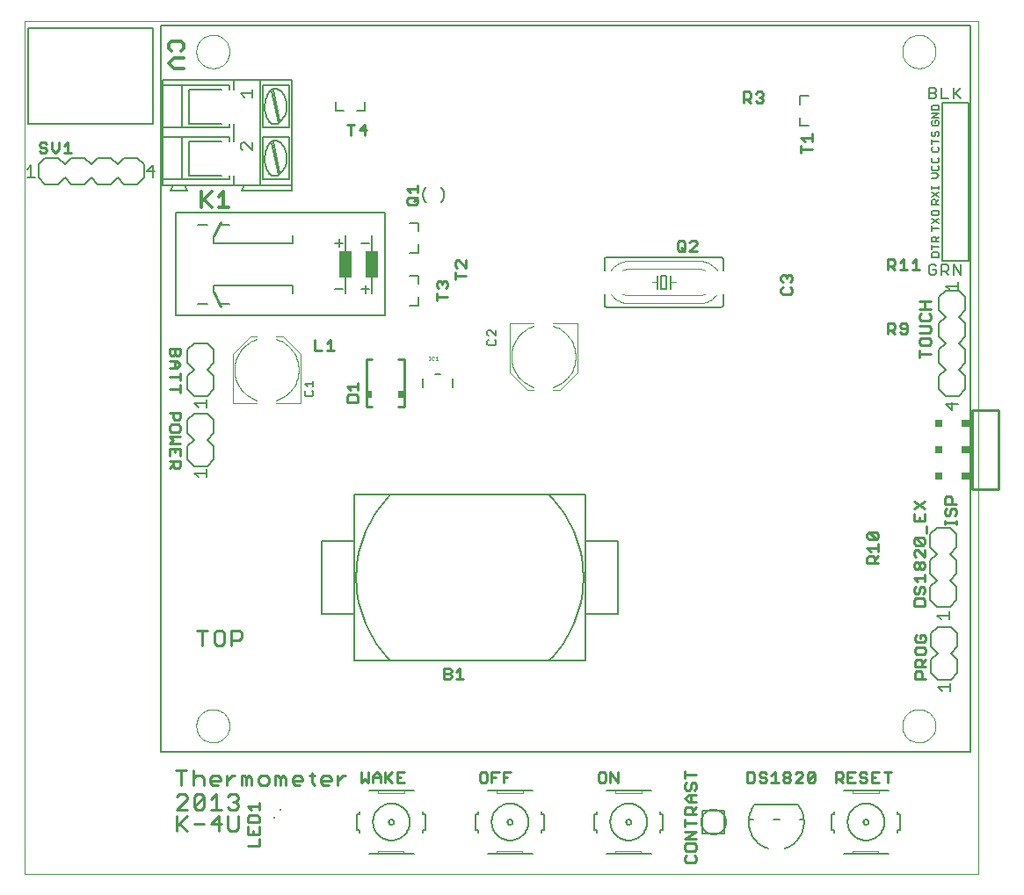
<source format=gto>
G75*
G70*
%OFA0B0*%
%FSLAX24Y24*%
%IPPOS*%
%LPD*%
%AMOC8*
5,1,8,0,0,1.08239X$1,22.5*
%
%ADD10C,0.0000*%
%ADD11C,0.0090*%
%ADD12C,0.0110*%
%ADD13C,0.0080*%
%ADD14C,0.0030*%
%ADD15C,0.0040*%
%ADD16C,0.0070*%
%ADD17C,0.0100*%
%ADD18R,0.0197X0.0295*%
%ADD19C,0.0050*%
%ADD20C,0.0060*%
%ADD21C,0.0020*%
%ADD22R,0.0400X0.0300*%
%ADD23R,0.0300X0.0300*%
%ADD24R,0.0500X0.1000*%
%ADD25C,0.0120*%
%ADD26C,0.0098*%
%ADD27R,0.0079X0.0079*%
D10*
X000222Y000150D02*
X000222Y032512D01*
X036396Y032512D01*
X036396Y000150D01*
X000222Y000150D01*
X006742Y005760D02*
X006744Y005810D01*
X006750Y005860D01*
X006760Y005909D01*
X006774Y005957D01*
X006791Y006004D01*
X006812Y006049D01*
X006837Y006093D01*
X006865Y006134D01*
X006897Y006173D01*
X006931Y006210D01*
X006968Y006244D01*
X007008Y006274D01*
X007050Y006301D01*
X007094Y006325D01*
X007140Y006346D01*
X007187Y006362D01*
X007235Y006375D01*
X007285Y006384D01*
X007334Y006389D01*
X007385Y006390D01*
X007435Y006387D01*
X007484Y006380D01*
X007533Y006369D01*
X007581Y006354D01*
X007627Y006336D01*
X007672Y006314D01*
X007715Y006288D01*
X007756Y006259D01*
X007795Y006227D01*
X007831Y006192D01*
X007863Y006154D01*
X007893Y006114D01*
X007920Y006071D01*
X007943Y006027D01*
X007962Y005981D01*
X007978Y005933D01*
X007990Y005884D01*
X007998Y005835D01*
X008002Y005785D01*
X008002Y005735D01*
X007998Y005685D01*
X007990Y005636D01*
X007978Y005587D01*
X007962Y005539D01*
X007943Y005493D01*
X007920Y005449D01*
X007893Y005406D01*
X007863Y005366D01*
X007831Y005328D01*
X007795Y005293D01*
X007756Y005261D01*
X007715Y005232D01*
X007672Y005206D01*
X007627Y005184D01*
X007581Y005166D01*
X007533Y005151D01*
X007484Y005140D01*
X007435Y005133D01*
X007385Y005130D01*
X007334Y005131D01*
X007285Y005136D01*
X007235Y005145D01*
X007187Y005158D01*
X007140Y005174D01*
X007094Y005195D01*
X007050Y005219D01*
X007008Y005246D01*
X006968Y005276D01*
X006931Y005310D01*
X006897Y005347D01*
X006865Y005386D01*
X006837Y005427D01*
X006812Y005471D01*
X006791Y005516D01*
X006774Y005563D01*
X006760Y005611D01*
X006750Y005660D01*
X006744Y005710D01*
X006742Y005760D01*
X033514Y005760D02*
X033516Y005810D01*
X033522Y005860D01*
X033532Y005909D01*
X033546Y005957D01*
X033563Y006004D01*
X033584Y006049D01*
X033609Y006093D01*
X033637Y006134D01*
X033669Y006173D01*
X033703Y006210D01*
X033740Y006244D01*
X033780Y006274D01*
X033822Y006301D01*
X033866Y006325D01*
X033912Y006346D01*
X033959Y006362D01*
X034007Y006375D01*
X034057Y006384D01*
X034106Y006389D01*
X034157Y006390D01*
X034207Y006387D01*
X034256Y006380D01*
X034305Y006369D01*
X034353Y006354D01*
X034399Y006336D01*
X034444Y006314D01*
X034487Y006288D01*
X034528Y006259D01*
X034567Y006227D01*
X034603Y006192D01*
X034635Y006154D01*
X034665Y006114D01*
X034692Y006071D01*
X034715Y006027D01*
X034734Y005981D01*
X034750Y005933D01*
X034762Y005884D01*
X034770Y005835D01*
X034774Y005785D01*
X034774Y005735D01*
X034770Y005685D01*
X034762Y005636D01*
X034750Y005587D01*
X034734Y005539D01*
X034715Y005493D01*
X034692Y005449D01*
X034665Y005406D01*
X034635Y005366D01*
X034603Y005328D01*
X034567Y005293D01*
X034528Y005261D01*
X034487Y005232D01*
X034444Y005206D01*
X034399Y005184D01*
X034353Y005166D01*
X034305Y005151D01*
X034256Y005140D01*
X034207Y005133D01*
X034157Y005130D01*
X034106Y005131D01*
X034057Y005136D01*
X034007Y005145D01*
X033959Y005158D01*
X033912Y005174D01*
X033866Y005195D01*
X033822Y005219D01*
X033780Y005246D01*
X033740Y005276D01*
X033703Y005310D01*
X033669Y005347D01*
X033637Y005386D01*
X033609Y005427D01*
X033584Y005471D01*
X033563Y005516D01*
X033546Y005563D01*
X033532Y005611D01*
X033522Y005660D01*
X033516Y005710D01*
X033514Y005760D01*
X033514Y031351D02*
X033516Y031401D01*
X033522Y031451D01*
X033532Y031500D01*
X033546Y031548D01*
X033563Y031595D01*
X033584Y031640D01*
X033609Y031684D01*
X033637Y031725D01*
X033669Y031764D01*
X033703Y031801D01*
X033740Y031835D01*
X033780Y031865D01*
X033822Y031892D01*
X033866Y031916D01*
X033912Y031937D01*
X033959Y031953D01*
X034007Y031966D01*
X034057Y031975D01*
X034106Y031980D01*
X034157Y031981D01*
X034207Y031978D01*
X034256Y031971D01*
X034305Y031960D01*
X034353Y031945D01*
X034399Y031927D01*
X034444Y031905D01*
X034487Y031879D01*
X034528Y031850D01*
X034567Y031818D01*
X034603Y031783D01*
X034635Y031745D01*
X034665Y031705D01*
X034692Y031662D01*
X034715Y031618D01*
X034734Y031572D01*
X034750Y031524D01*
X034762Y031475D01*
X034770Y031426D01*
X034774Y031376D01*
X034774Y031326D01*
X034770Y031276D01*
X034762Y031227D01*
X034750Y031178D01*
X034734Y031130D01*
X034715Y031084D01*
X034692Y031040D01*
X034665Y030997D01*
X034635Y030957D01*
X034603Y030919D01*
X034567Y030884D01*
X034528Y030852D01*
X034487Y030823D01*
X034444Y030797D01*
X034399Y030775D01*
X034353Y030757D01*
X034305Y030742D01*
X034256Y030731D01*
X034207Y030724D01*
X034157Y030721D01*
X034106Y030722D01*
X034057Y030727D01*
X034007Y030736D01*
X033959Y030749D01*
X033912Y030765D01*
X033866Y030786D01*
X033822Y030810D01*
X033780Y030837D01*
X033740Y030867D01*
X033703Y030901D01*
X033669Y030938D01*
X033637Y030977D01*
X033609Y031018D01*
X033584Y031062D01*
X033563Y031107D01*
X033546Y031154D01*
X033532Y031202D01*
X033522Y031251D01*
X033516Y031301D01*
X033514Y031351D01*
X006742Y031351D02*
X006744Y031401D01*
X006750Y031451D01*
X006760Y031500D01*
X006774Y031548D01*
X006791Y031595D01*
X006812Y031640D01*
X006837Y031684D01*
X006865Y031725D01*
X006897Y031764D01*
X006931Y031801D01*
X006968Y031835D01*
X007008Y031865D01*
X007050Y031892D01*
X007094Y031916D01*
X007140Y031937D01*
X007187Y031953D01*
X007235Y031966D01*
X007285Y031975D01*
X007334Y031980D01*
X007385Y031981D01*
X007435Y031978D01*
X007484Y031971D01*
X007533Y031960D01*
X007581Y031945D01*
X007627Y031927D01*
X007672Y031905D01*
X007715Y031879D01*
X007756Y031850D01*
X007795Y031818D01*
X007831Y031783D01*
X007863Y031745D01*
X007893Y031705D01*
X007920Y031662D01*
X007943Y031618D01*
X007962Y031572D01*
X007978Y031524D01*
X007990Y031475D01*
X007998Y031426D01*
X008002Y031376D01*
X008002Y031326D01*
X007998Y031276D01*
X007990Y031227D01*
X007978Y031178D01*
X007962Y031130D01*
X007943Y031084D01*
X007920Y031040D01*
X007893Y030997D01*
X007863Y030957D01*
X007831Y030919D01*
X007795Y030884D01*
X007756Y030852D01*
X007715Y030823D01*
X007672Y030797D01*
X007627Y030775D01*
X007581Y030757D01*
X007533Y030742D01*
X007484Y030731D01*
X007435Y030724D01*
X007385Y030721D01*
X007334Y030722D01*
X007285Y030727D01*
X007235Y030736D01*
X007187Y030749D01*
X007140Y030765D01*
X007094Y030786D01*
X007050Y030810D01*
X007008Y030837D01*
X006968Y030867D01*
X006931Y030901D01*
X006897Y030938D01*
X006865Y030977D01*
X006837Y031018D01*
X006812Y031062D01*
X006791Y031107D01*
X006774Y031154D01*
X006760Y031202D01*
X006750Y031251D01*
X006744Y031301D01*
X006742Y031351D01*
D11*
X001853Y027917D02*
X001853Y027506D01*
X001989Y027506D02*
X001716Y027506D01*
X001529Y027643D02*
X001529Y027917D01*
X001716Y027780D02*
X001853Y027917D01*
X001529Y027643D02*
X001392Y027506D01*
X001255Y027643D01*
X001255Y027917D01*
X001069Y027848D02*
X001000Y027917D01*
X000863Y027917D01*
X000795Y027848D01*
X000795Y027780D01*
X000863Y027712D01*
X001000Y027712D01*
X001069Y027643D01*
X001069Y027575D01*
X001000Y027506D01*
X000863Y027506D01*
X000795Y027575D01*
X005732Y020074D02*
X005732Y019868D01*
X005801Y019800D01*
X005869Y019800D01*
X005938Y019868D01*
X005938Y020074D01*
X006143Y020074D02*
X006143Y019868D01*
X006074Y019800D01*
X006006Y019800D01*
X005938Y019868D01*
X005938Y019613D02*
X005938Y019340D01*
X006006Y019340D02*
X005732Y019340D01*
X005732Y019613D02*
X006006Y019613D01*
X006143Y019476D01*
X006006Y019340D01*
X006143Y019153D02*
X006143Y018879D01*
X006143Y019016D02*
X005732Y019016D01*
X005732Y018556D02*
X006143Y018556D01*
X006143Y018692D02*
X006143Y018419D01*
X006143Y017652D02*
X005732Y017652D01*
X005869Y017652D02*
X005869Y017447D01*
X005938Y017379D01*
X006074Y017379D01*
X006143Y017447D01*
X006143Y017652D01*
X006074Y017192D02*
X005801Y017192D01*
X005732Y017123D01*
X005732Y016987D01*
X005801Y016918D01*
X006074Y016918D01*
X006143Y016987D01*
X006143Y017123D01*
X006074Y017192D01*
X006143Y016731D02*
X005732Y016731D01*
X005869Y016595D01*
X005732Y016458D01*
X006143Y016458D01*
X006143Y016271D02*
X005732Y016271D01*
X005732Y015998D01*
X005732Y015811D02*
X006143Y015811D01*
X006143Y015605D01*
X006074Y015537D01*
X005938Y015537D01*
X005869Y015605D01*
X005869Y015811D01*
X005869Y015674D02*
X005732Y015537D01*
X006143Y015998D02*
X006143Y016271D01*
X005938Y016271D02*
X005938Y016134D01*
X005732Y020074D02*
X006143Y020074D01*
X011238Y019994D02*
X011511Y019994D01*
X011698Y019994D02*
X011972Y019994D01*
X011835Y019994D02*
X011835Y020405D01*
X011698Y020268D01*
X011238Y020405D02*
X011238Y019994D01*
X012464Y018650D02*
X012874Y018650D01*
X012874Y018514D02*
X012874Y018787D01*
X012601Y018514D02*
X012464Y018650D01*
X012532Y018327D02*
X012464Y018258D01*
X012464Y018053D01*
X012874Y018053D01*
X012874Y018258D01*
X012806Y018327D01*
X012532Y018327D01*
X015856Y021914D02*
X015856Y022188D01*
X015856Y022051D02*
X016266Y022051D01*
X016198Y022374D02*
X016266Y022443D01*
X016266Y022580D01*
X016198Y022648D01*
X016129Y022648D01*
X016061Y022580D01*
X016061Y022511D01*
X016061Y022580D02*
X015992Y022648D01*
X015924Y022648D01*
X015856Y022580D01*
X015856Y022443D01*
X015924Y022374D01*
X016564Y022694D02*
X016564Y022967D01*
X016564Y022830D02*
X016975Y022830D01*
X016975Y023154D02*
X016701Y023427D01*
X016633Y023427D01*
X016564Y023359D01*
X016564Y023222D01*
X016633Y023154D01*
X016975Y023154D02*
X016975Y023427D01*
X015057Y025533D02*
X014783Y025533D01*
X014715Y025602D01*
X014715Y025738D01*
X014783Y025807D01*
X015057Y025807D01*
X015125Y025738D01*
X015125Y025602D01*
X015057Y025533D01*
X014988Y025670D02*
X015125Y025807D01*
X015125Y025994D02*
X015125Y026267D01*
X015125Y026130D02*
X014715Y026130D01*
X014852Y025994D01*
X013124Y028169D02*
X013124Y028580D01*
X012919Y028375D01*
X013193Y028375D01*
X012732Y028580D02*
X012459Y028580D01*
X012596Y028580D02*
X012596Y028169D01*
X024986Y024118D02*
X024986Y023845D01*
X025054Y023776D01*
X025191Y023776D01*
X025260Y023845D01*
X025260Y024118D01*
X025191Y024187D01*
X025054Y024187D01*
X024986Y024118D01*
X025123Y023913D02*
X025260Y023776D01*
X025446Y023776D02*
X025720Y024050D01*
X025720Y024118D01*
X025652Y024187D01*
X025515Y024187D01*
X025446Y024118D01*
X025446Y023776D02*
X025720Y023776D01*
X028913Y022813D02*
X028981Y022882D01*
X029050Y022882D01*
X029118Y022813D01*
X029186Y022882D01*
X029255Y022882D01*
X029323Y022813D01*
X029323Y022677D01*
X029255Y022608D01*
X029255Y022421D02*
X029323Y022353D01*
X029323Y022216D01*
X029255Y022148D01*
X028981Y022148D01*
X028913Y022216D01*
X028913Y022353D01*
X028981Y022421D01*
X028981Y022608D02*
X028913Y022677D01*
X028913Y022813D01*
X029118Y022813D02*
X029118Y022745D01*
X032970Y023069D02*
X032970Y023479D01*
X033175Y023479D01*
X033244Y023411D01*
X033244Y023274D01*
X033175Y023206D01*
X032970Y023206D01*
X033107Y023206D02*
X033244Y023069D01*
X033431Y023069D02*
X033704Y023069D01*
X033567Y023069D02*
X033567Y023479D01*
X033431Y023343D01*
X033891Y023343D02*
X034028Y023479D01*
X034028Y023069D01*
X033891Y023069D02*
X034165Y023069D01*
X034172Y021861D02*
X034583Y021861D01*
X034377Y021861D02*
X034377Y021588D01*
X034172Y021588D02*
X034583Y021588D01*
X034514Y021401D02*
X034583Y021333D01*
X034583Y021196D01*
X034514Y021127D01*
X034241Y021127D01*
X034172Y021196D01*
X034172Y021333D01*
X034241Y021401D01*
X034172Y020941D02*
X034514Y020941D01*
X034583Y020872D01*
X034583Y020735D01*
X034514Y020667D01*
X034172Y020667D01*
X034241Y020480D02*
X034172Y020412D01*
X034172Y020275D01*
X034241Y020207D01*
X034514Y020207D01*
X034583Y020275D01*
X034583Y020412D01*
X034514Y020480D01*
X034241Y020480D01*
X034172Y020020D02*
X034172Y019746D01*
X034172Y019883D02*
X034583Y019883D01*
X033704Y020696D02*
X033704Y020970D01*
X033636Y021038D01*
X033499Y021038D01*
X033431Y020970D01*
X033431Y020902D01*
X033499Y020833D01*
X033704Y020833D01*
X033704Y020696D02*
X033636Y020628D01*
X033499Y020628D01*
X033431Y020696D01*
X033244Y020628D02*
X033107Y020765D01*
X033175Y020765D02*
X032970Y020765D01*
X032970Y020628D02*
X032970Y021038D01*
X033175Y021038D01*
X033244Y020970D01*
X033244Y020833D01*
X033175Y020765D01*
X033960Y014278D02*
X034370Y014004D01*
X034370Y013817D02*
X034370Y013544D01*
X033960Y013544D01*
X033960Y013817D01*
X033960Y014004D02*
X034370Y014278D01*
X034165Y013681D02*
X034165Y013544D01*
X034438Y013357D02*
X034438Y013083D01*
X034302Y012897D02*
X034370Y012828D01*
X034370Y012691D01*
X034302Y012623D01*
X034028Y012897D01*
X034302Y012897D01*
X034028Y012897D02*
X033960Y012828D01*
X033960Y012691D01*
X034028Y012623D01*
X034302Y012623D01*
X034370Y012436D02*
X034370Y012163D01*
X034096Y012436D01*
X034028Y012436D01*
X033960Y012368D01*
X033960Y012231D01*
X034028Y012163D01*
X034028Y011976D02*
X034096Y011976D01*
X034165Y011907D01*
X034165Y011771D01*
X034096Y011702D01*
X034028Y011702D01*
X033960Y011771D01*
X033960Y011907D01*
X034028Y011976D01*
X034165Y011907D02*
X034233Y011976D01*
X034302Y011976D01*
X034370Y011907D01*
X034370Y011771D01*
X034302Y011702D01*
X034233Y011702D01*
X034165Y011771D01*
X034370Y011515D02*
X034370Y011242D01*
X034370Y011379D02*
X033960Y011379D01*
X034096Y011242D01*
X034028Y011055D02*
X033960Y010987D01*
X033960Y010850D01*
X034028Y010781D01*
X034096Y010781D01*
X034165Y010850D01*
X034165Y010987D01*
X034233Y011055D01*
X034302Y011055D01*
X034370Y010987D01*
X034370Y010850D01*
X034302Y010781D01*
X034302Y010595D02*
X034028Y010595D01*
X033960Y010526D01*
X033960Y010321D01*
X034370Y010321D01*
X034370Y010526D01*
X034302Y010595D01*
X034341Y009208D02*
X034204Y009208D01*
X034204Y009071D01*
X034067Y008934D02*
X034341Y008934D01*
X034409Y009003D01*
X034409Y009140D01*
X034341Y009208D01*
X034067Y009208D02*
X033999Y009140D01*
X033999Y009003D01*
X034067Y008934D01*
X034067Y008748D02*
X033999Y008679D01*
X033999Y008542D01*
X034067Y008474D01*
X034341Y008474D01*
X034409Y008542D01*
X034409Y008679D01*
X034341Y008748D01*
X034067Y008748D01*
X034067Y008287D02*
X034204Y008287D01*
X034273Y008219D01*
X034273Y008014D01*
X034409Y008014D02*
X033999Y008014D01*
X033999Y008219D01*
X034067Y008287D01*
X034273Y008150D02*
X034409Y008287D01*
X034204Y007827D02*
X034067Y007827D01*
X033999Y007758D01*
X033999Y007553D01*
X034409Y007553D01*
X034273Y007553D02*
X034273Y007758D01*
X034204Y007827D01*
X033100Y004016D02*
X032826Y004016D01*
X032963Y004016D02*
X032963Y003606D01*
X032640Y003606D02*
X032366Y003606D01*
X032366Y004016D01*
X032640Y004016D01*
X032503Y003811D02*
X032366Y003811D01*
X032179Y003742D02*
X032179Y003674D01*
X032111Y003606D01*
X031974Y003606D01*
X031906Y003674D01*
X031974Y003811D02*
X032111Y003811D01*
X032179Y003742D01*
X032179Y003948D02*
X032111Y004016D01*
X031974Y004016D01*
X031906Y003948D01*
X031906Y003879D01*
X031974Y003811D01*
X031719Y004016D02*
X031445Y004016D01*
X031445Y003606D01*
X031719Y003606D01*
X031582Y003811D02*
X031445Y003811D01*
X031258Y003811D02*
X031190Y003742D01*
X030985Y003742D01*
X030985Y003606D02*
X030985Y004016D01*
X031190Y004016D01*
X031258Y003948D01*
X031258Y003811D01*
X031122Y003742D02*
X031258Y003606D01*
X030198Y003674D02*
X030130Y003606D01*
X029993Y003606D01*
X029925Y003674D01*
X030198Y003948D01*
X030198Y003674D01*
X029925Y003674D02*
X029925Y003948D01*
X029993Y004016D01*
X030130Y004016D01*
X030198Y003948D01*
X029738Y003948D02*
X029670Y004016D01*
X029533Y004016D01*
X029465Y003948D01*
X029278Y003948D02*
X029278Y003879D01*
X029209Y003811D01*
X029073Y003811D01*
X029004Y003879D01*
X029004Y003948D01*
X029073Y004016D01*
X029209Y004016D01*
X029278Y003948D01*
X029209Y003811D02*
X029278Y003742D01*
X029278Y003674D01*
X029209Y003606D01*
X029073Y003606D01*
X029004Y003674D01*
X029004Y003742D01*
X029073Y003811D01*
X028817Y003606D02*
X028544Y003606D01*
X028681Y003606D02*
X028681Y004016D01*
X028544Y003879D01*
X028357Y003948D02*
X028289Y004016D01*
X028152Y004016D01*
X028083Y003948D01*
X028083Y003879D01*
X028152Y003811D01*
X028289Y003811D01*
X028357Y003742D01*
X028357Y003674D01*
X028289Y003606D01*
X028152Y003606D01*
X028083Y003674D01*
X027897Y003674D02*
X027897Y003948D01*
X027828Y004016D01*
X027623Y004016D01*
X027623Y003606D01*
X027828Y003606D01*
X027897Y003674D01*
X029465Y003606D02*
X029738Y003879D01*
X029738Y003948D01*
X029738Y003606D02*
X029465Y003606D01*
X025689Y003529D02*
X025689Y003392D01*
X025621Y003323D01*
X025484Y003392D02*
X025484Y003529D01*
X025552Y003597D01*
X025621Y003597D01*
X025689Y003529D01*
X025484Y003392D02*
X025416Y003323D01*
X025347Y003323D01*
X025279Y003392D01*
X025279Y003529D01*
X025347Y003597D01*
X025279Y003784D02*
X025279Y004057D01*
X025279Y003921D02*
X025689Y003921D01*
X025689Y003137D02*
X025416Y003137D01*
X025279Y003000D01*
X025416Y002863D01*
X025689Y002863D01*
X025689Y002676D02*
X025552Y002539D01*
X025552Y002608D02*
X025552Y002403D01*
X025689Y002403D02*
X025279Y002403D01*
X025279Y002608D01*
X025347Y002676D01*
X025484Y002676D01*
X025552Y002608D01*
X025484Y002863D02*
X025484Y003137D01*
X025279Y002216D02*
X025279Y001942D01*
X025279Y002079D02*
X025689Y002079D01*
X025689Y001755D02*
X025279Y001755D01*
X025279Y001482D02*
X025689Y001755D01*
X025689Y001482D02*
X025279Y001482D01*
X025347Y001295D02*
X025279Y001227D01*
X025279Y001090D01*
X025347Y001022D01*
X025621Y001022D01*
X025689Y001090D01*
X025689Y001227D01*
X025621Y001295D01*
X025347Y001295D01*
X025347Y000835D02*
X025279Y000766D01*
X025279Y000630D01*
X025347Y000561D01*
X025621Y000561D01*
X025689Y000630D01*
X025689Y000766D01*
X025621Y000835D01*
X022719Y003606D02*
X022719Y004016D01*
X022445Y004016D02*
X022445Y003606D01*
X022258Y003674D02*
X022258Y003948D01*
X022190Y004016D01*
X022053Y004016D01*
X021985Y003948D01*
X021985Y003674D01*
X022053Y003606D01*
X022190Y003606D01*
X022258Y003674D01*
X022445Y004016D02*
X022719Y003606D01*
X018679Y004016D02*
X018406Y004016D01*
X018406Y003606D01*
X018406Y003811D02*
X018542Y003811D01*
X018219Y004016D02*
X017945Y004016D01*
X017945Y003606D01*
X017758Y003674D02*
X017758Y003948D01*
X017690Y004016D01*
X017553Y004016D01*
X017485Y003948D01*
X017485Y003674D01*
X017553Y003606D01*
X017690Y003606D01*
X017758Y003674D01*
X017945Y003811D02*
X018082Y003811D01*
X014640Y004016D02*
X014366Y004016D01*
X014366Y003606D01*
X014640Y003606D01*
X014503Y003811D02*
X014366Y003811D01*
X014179Y004016D02*
X013906Y003742D01*
X013974Y003811D02*
X014179Y003606D01*
X013906Y003606D02*
X013906Y004016D01*
X013719Y003879D02*
X013719Y003606D01*
X013719Y003811D02*
X013445Y003811D01*
X013445Y003879D02*
X013582Y004016D01*
X013719Y003879D01*
X013445Y003879D02*
X013445Y003606D01*
X013258Y003606D02*
X013258Y004016D01*
X012985Y004016D02*
X012985Y003606D01*
X013122Y003742D01*
X013258Y003606D01*
X009114Y002846D02*
X009114Y002572D01*
X009114Y002709D02*
X008704Y002709D01*
X008841Y002572D01*
X008772Y002385D02*
X008704Y002317D01*
X008704Y002112D01*
X009114Y002112D01*
X009114Y002317D01*
X009046Y002385D01*
X008772Y002385D01*
X008704Y001925D02*
X008704Y001651D01*
X009114Y001651D01*
X009114Y001925D01*
X008909Y001788D02*
X008909Y001651D01*
X009114Y001465D02*
X009114Y001191D01*
X008704Y001191D01*
X016142Y007545D02*
X016347Y007545D01*
X016415Y007614D01*
X016415Y007682D01*
X016347Y007751D01*
X016142Y007751D01*
X016142Y007956D02*
X016142Y007545D01*
X016347Y007751D02*
X016415Y007819D01*
X016415Y007887D01*
X016347Y007956D01*
X016142Y007956D01*
X016602Y007819D02*
X016739Y007956D01*
X016739Y007545D01*
X016602Y007545D02*
X016876Y007545D01*
X032180Y011925D02*
X032180Y012130D01*
X032249Y012199D01*
X032386Y012199D01*
X032454Y012130D01*
X032454Y011925D01*
X032591Y011925D02*
X032180Y011925D01*
X032454Y012062D02*
X032591Y012199D01*
X032591Y012386D02*
X032591Y012659D01*
X032591Y012522D02*
X032180Y012522D01*
X032317Y012386D01*
X032249Y012846D02*
X032180Y012914D01*
X032180Y013051D01*
X032249Y013120D01*
X032522Y012846D01*
X032591Y012914D01*
X032591Y013051D01*
X032522Y013120D01*
X032249Y013120D01*
X032249Y012846D02*
X032522Y012846D01*
X035139Y013419D02*
X035139Y013556D01*
X035139Y013488D02*
X035549Y013488D01*
X035549Y013556D02*
X035549Y013419D01*
X035481Y013726D02*
X035549Y013795D01*
X035549Y013932D01*
X035481Y014000D01*
X035413Y014000D01*
X035344Y013932D01*
X035344Y013795D01*
X035276Y013726D01*
X035208Y013726D01*
X035139Y013795D01*
X035139Y013932D01*
X035208Y014000D01*
X035139Y014187D02*
X035139Y014392D01*
X035208Y014460D01*
X035344Y014460D01*
X035413Y014392D01*
X035413Y014187D01*
X035549Y014187D02*
X035139Y014187D01*
X030089Y027629D02*
X029679Y027629D01*
X029679Y027492D02*
X029679Y027766D01*
X029815Y027953D02*
X029679Y028089D01*
X030089Y028089D01*
X030089Y027953D02*
X030089Y028226D01*
X028240Y029484D02*
X028171Y029415D01*
X028034Y029415D01*
X027966Y029484D01*
X028103Y029621D02*
X028171Y029621D01*
X028240Y029552D01*
X028240Y029484D01*
X028171Y029621D02*
X028240Y029689D01*
X028240Y029757D01*
X028171Y029826D01*
X028034Y029826D01*
X027966Y029757D01*
X027779Y029757D02*
X027779Y029621D01*
X027711Y029552D01*
X027506Y029552D01*
X027642Y029552D02*
X027779Y029415D01*
X027506Y029415D02*
X027506Y029826D01*
X027711Y029826D01*
X027779Y029757D01*
D12*
X008358Y009390D02*
X008063Y009390D01*
X008063Y008799D01*
X008063Y008996D02*
X008358Y008996D01*
X008456Y009095D01*
X008456Y009292D01*
X008358Y009390D01*
X007812Y009292D02*
X007812Y008898D01*
X007713Y008799D01*
X007516Y008799D01*
X007418Y008898D01*
X007418Y009292D01*
X007516Y009390D01*
X007713Y009390D01*
X007812Y009292D01*
X007167Y009390D02*
X006774Y009390D01*
X006970Y009390D02*
X006970Y008799D01*
X006624Y004084D02*
X006624Y003493D01*
X006624Y003788D02*
X006722Y003887D01*
X006919Y003887D01*
X007018Y003788D01*
X007018Y003493D01*
X007268Y003592D02*
X007268Y003788D01*
X007367Y003887D01*
X007564Y003887D01*
X007662Y003788D01*
X007662Y003690D01*
X007268Y003690D01*
X007268Y003592D02*
X007367Y003493D01*
X007564Y003493D01*
X007492Y003178D02*
X007492Y002588D01*
X007295Y002588D02*
X007689Y002588D01*
X007591Y002351D02*
X007295Y002056D01*
X007689Y002056D01*
X007591Y001761D02*
X007591Y002351D01*
X007940Y002351D02*
X007940Y001859D01*
X008038Y001761D01*
X008235Y001761D01*
X008334Y001859D01*
X008334Y002351D01*
X008235Y002588D02*
X008038Y002588D01*
X007940Y002686D01*
X008137Y002883D02*
X008235Y002883D01*
X008334Y002785D01*
X008334Y002686D01*
X008235Y002588D01*
X008235Y002883D02*
X008334Y002981D01*
X008334Y003080D01*
X008235Y003178D01*
X008038Y003178D01*
X007940Y003080D01*
X007913Y003493D02*
X007913Y003887D01*
X008110Y003887D02*
X008208Y003887D01*
X008110Y003887D02*
X007913Y003690D01*
X008450Y003493D02*
X008450Y003887D01*
X008548Y003887D01*
X008647Y003788D01*
X008745Y003887D01*
X008844Y003788D01*
X008844Y003493D01*
X008647Y003493D02*
X008647Y003788D01*
X009095Y003788D02*
X009095Y003592D01*
X009193Y003493D01*
X009390Y003493D01*
X009488Y003592D01*
X009488Y003788D01*
X009390Y003887D01*
X009193Y003887D01*
X009095Y003788D01*
X009739Y003887D02*
X009739Y003493D01*
X009936Y003493D02*
X009936Y003788D01*
X010034Y003887D01*
X010133Y003788D01*
X010133Y003493D01*
X010384Y003592D02*
X010384Y003788D01*
X010482Y003887D01*
X010679Y003887D01*
X010777Y003788D01*
X010777Y003690D01*
X010384Y003690D01*
X010384Y003592D02*
X010482Y003493D01*
X010679Y003493D01*
X011028Y003887D02*
X011225Y003887D01*
X011127Y003985D02*
X011127Y003592D01*
X011225Y003493D01*
X011458Y003592D02*
X011458Y003788D01*
X011556Y003887D01*
X011753Y003887D01*
X011852Y003788D01*
X011852Y003690D01*
X011458Y003690D01*
X011458Y003592D02*
X011556Y003493D01*
X011753Y003493D01*
X012103Y003493D02*
X012103Y003887D01*
X012299Y003887D02*
X012398Y003887D01*
X012299Y003887D02*
X012103Y003690D01*
X009936Y003788D02*
X009838Y003887D01*
X009739Y003887D01*
X007492Y003178D02*
X007295Y002981D01*
X007045Y003080D02*
X006651Y002686D01*
X006749Y002588D01*
X006946Y002588D01*
X007045Y002686D01*
X007045Y003080D01*
X006946Y003178D01*
X006749Y003178D01*
X006651Y003080D01*
X006651Y002686D01*
X006400Y002588D02*
X006006Y002588D01*
X006400Y002981D01*
X006400Y003080D01*
X006302Y003178D01*
X006105Y003178D01*
X006006Y003080D01*
X006176Y003493D02*
X006176Y004084D01*
X005979Y004084D02*
X006373Y004084D01*
X006400Y002351D02*
X006006Y001958D01*
X006105Y002056D02*
X006400Y001761D01*
X006651Y002056D02*
X007045Y002056D01*
X006006Y002351D02*
X006006Y001761D01*
D13*
X015344Y018607D02*
X015344Y018945D01*
X015798Y019095D02*
X016009Y019095D01*
X016464Y018945D02*
X016464Y018607D01*
X034530Y022932D02*
X034601Y022862D01*
X034741Y022862D01*
X034811Y022932D01*
X034811Y023072D01*
X034671Y023072D01*
X034811Y023212D02*
X034741Y023282D01*
X034601Y023282D01*
X034530Y023212D01*
X034530Y022932D01*
X034991Y023002D02*
X035201Y023002D01*
X035271Y023072D01*
X035271Y023212D01*
X035201Y023282D01*
X034991Y023282D01*
X034991Y022862D01*
X035131Y023002D02*
X035271Y022862D01*
X035451Y022862D02*
X035451Y023282D01*
X035731Y022862D01*
X035731Y023282D01*
X035731Y029562D02*
X035521Y029772D01*
X035451Y029702D02*
X035731Y029982D01*
X035451Y029982D02*
X035451Y029562D01*
X035271Y029562D02*
X034991Y029562D01*
X034991Y029982D01*
X034811Y029912D02*
X034811Y029842D01*
X034741Y029772D01*
X034530Y029772D01*
X034530Y029982D02*
X034741Y029982D01*
X034811Y029912D01*
X034741Y029772D02*
X034811Y029702D01*
X034811Y029632D01*
X034741Y029562D01*
X034530Y029562D01*
X034530Y029982D01*
D14*
X015857Y019771D02*
X015857Y019641D01*
X015814Y019641D02*
X015901Y019641D01*
X015814Y019728D02*
X015857Y019771D01*
X015754Y019749D02*
X015732Y019771D01*
X015688Y019771D01*
X015667Y019749D01*
X015667Y019663D01*
X015688Y019641D01*
X015732Y019641D01*
X015754Y019663D01*
X015612Y019641D02*
X015569Y019641D01*
X015590Y019641D02*
X015590Y019771D01*
X015569Y019771D02*
X015612Y019771D01*
D15*
X018624Y019166D02*
X018624Y021056D01*
X019530Y021056D01*
X020278Y021056D02*
X021183Y021056D01*
X021183Y019166D01*
X020514Y018496D01*
X020278Y018496D01*
X019530Y018496D02*
X019293Y018496D01*
X018624Y019166D01*
X020278Y018615D02*
X020342Y018637D01*
X020405Y018664D01*
X020467Y018694D01*
X020526Y018727D01*
X020584Y018763D01*
X020640Y018803D01*
X020693Y018846D01*
X020744Y018891D01*
X020792Y018939D01*
X020837Y018990D01*
X020880Y019044D01*
X020919Y019100D01*
X020956Y019157D01*
X020989Y019217D01*
X021018Y019279D01*
X021044Y019342D01*
X021067Y019406D01*
X021086Y019472D01*
X021101Y019539D01*
X021112Y019606D01*
X021120Y019674D01*
X021124Y019742D01*
X021124Y019810D01*
X021120Y019878D01*
X021112Y019946D01*
X021101Y020013D01*
X021086Y020080D01*
X021067Y020146D01*
X021044Y020210D01*
X021018Y020273D01*
X020989Y020335D01*
X020956Y020395D01*
X020919Y020452D01*
X020880Y020508D01*
X020837Y020562D01*
X020792Y020613D01*
X020744Y020661D01*
X020693Y020706D01*
X020640Y020749D01*
X020584Y020789D01*
X020526Y020825D01*
X020467Y020858D01*
X020405Y020888D01*
X020342Y020915D01*
X020278Y020937D01*
X019530Y020937D02*
X019466Y020915D01*
X019403Y020888D01*
X019341Y020858D01*
X019282Y020825D01*
X019224Y020789D01*
X019168Y020749D01*
X019115Y020706D01*
X019064Y020661D01*
X019016Y020613D01*
X018971Y020562D01*
X018928Y020508D01*
X018889Y020452D01*
X018852Y020395D01*
X018819Y020335D01*
X018790Y020273D01*
X018764Y020210D01*
X018741Y020146D01*
X018722Y020080D01*
X018707Y020013D01*
X018696Y019946D01*
X018688Y019878D01*
X018684Y019810D01*
X018684Y019742D01*
X018688Y019674D01*
X018696Y019606D01*
X018707Y019539D01*
X018722Y019472D01*
X018741Y019406D01*
X018764Y019342D01*
X018790Y019279D01*
X018819Y019217D01*
X018852Y019157D01*
X018889Y019100D01*
X018928Y019044D01*
X018971Y018990D01*
X019016Y018939D01*
X019064Y018891D01*
X019115Y018846D01*
X019168Y018803D01*
X019224Y018763D01*
X019282Y018727D01*
X019341Y018694D01*
X019403Y018664D01*
X019466Y018637D01*
X019530Y018615D01*
X010683Y017996D02*
X009778Y017996D01*
X009030Y017996D02*
X008124Y017996D01*
X008124Y019886D01*
X008793Y020556D01*
X009030Y020556D01*
X009778Y020556D02*
X010014Y020556D01*
X010683Y019886D01*
X010683Y017996D01*
X009030Y018115D02*
X008966Y018137D01*
X008903Y018164D01*
X008841Y018194D01*
X008782Y018227D01*
X008724Y018263D01*
X008668Y018303D01*
X008615Y018346D01*
X008564Y018391D01*
X008516Y018439D01*
X008471Y018490D01*
X008428Y018544D01*
X008389Y018600D01*
X008352Y018657D01*
X008319Y018717D01*
X008290Y018779D01*
X008264Y018842D01*
X008241Y018906D01*
X008222Y018972D01*
X008207Y019039D01*
X008196Y019106D01*
X008188Y019174D01*
X008184Y019242D01*
X008184Y019310D01*
X008188Y019378D01*
X008196Y019446D01*
X008207Y019513D01*
X008222Y019580D01*
X008241Y019646D01*
X008264Y019710D01*
X008290Y019773D01*
X008319Y019835D01*
X008352Y019895D01*
X008389Y019952D01*
X008428Y020008D01*
X008471Y020062D01*
X008516Y020113D01*
X008564Y020161D01*
X008615Y020206D01*
X008668Y020249D01*
X008724Y020289D01*
X008782Y020325D01*
X008841Y020358D01*
X008903Y020388D01*
X008966Y020415D01*
X009030Y020437D01*
X009778Y020437D02*
X009842Y020415D01*
X009905Y020388D01*
X009967Y020358D01*
X010026Y020325D01*
X010084Y020289D01*
X010140Y020249D01*
X010193Y020206D01*
X010244Y020161D01*
X010292Y020113D01*
X010337Y020062D01*
X010380Y020008D01*
X010419Y019952D01*
X010456Y019895D01*
X010489Y019835D01*
X010518Y019773D01*
X010544Y019710D01*
X010567Y019646D01*
X010586Y019580D01*
X010601Y019513D01*
X010612Y019446D01*
X010620Y019378D01*
X010624Y019310D01*
X010624Y019242D01*
X010620Y019174D01*
X010612Y019106D01*
X010601Y019039D01*
X010586Y018972D01*
X010567Y018906D01*
X010544Y018842D01*
X010518Y018779D01*
X010489Y018717D01*
X010456Y018657D01*
X010419Y018600D01*
X010380Y018544D01*
X010337Y018490D01*
X010292Y018439D01*
X010244Y018391D01*
X010193Y018346D01*
X010140Y018303D01*
X010084Y018263D01*
X010026Y018227D01*
X009967Y018194D01*
X009905Y018164D01*
X009842Y018137D01*
X009778Y018115D01*
D16*
X010849Y018323D02*
X010904Y018268D01*
X011125Y018268D01*
X011180Y018323D01*
X011180Y018433D01*
X011125Y018488D01*
X011180Y018636D02*
X011180Y018856D01*
X011180Y018746D02*
X010849Y018746D01*
X010959Y018636D01*
X010904Y018488D02*
X010849Y018433D01*
X010849Y018323D01*
X017773Y020251D02*
X017828Y020196D01*
X018048Y020196D01*
X018103Y020251D01*
X018103Y020362D01*
X018048Y020417D01*
X018103Y020565D02*
X017883Y020785D01*
X017828Y020785D01*
X017773Y020730D01*
X017773Y020620D01*
X017828Y020565D01*
X017828Y020417D02*
X017773Y020362D01*
X017773Y020251D01*
X018103Y020565D02*
X018103Y020785D01*
D17*
X014622Y019662D02*
X014622Y017890D01*
X014396Y017890D01*
X013411Y017890D02*
X013185Y017890D01*
X013185Y019662D01*
X013411Y019662D01*
X007654Y021676D02*
X007404Y022226D01*
X007404Y024326D02*
X007654Y024876D01*
X014396Y019662D02*
X014622Y019662D01*
X036154Y017729D02*
X036154Y016729D01*
X036154Y015729D01*
X036154Y014729D01*
X037154Y014729D01*
X037154Y015729D01*
X037154Y016729D01*
X037154Y017729D01*
X036154Y017729D01*
D18*
X014494Y018333D03*
X013313Y018333D03*
D19*
X012742Y014532D02*
X021482Y014532D01*
X021482Y008233D01*
X012742Y008233D01*
X012742Y014532D01*
X012742Y012760D02*
X011482Y012760D01*
X011482Y010004D01*
X012742Y010004D01*
X012742Y012760D01*
X020112Y014531D02*
X020259Y014378D01*
X020398Y014218D01*
X020529Y014051D01*
X020652Y013879D01*
X020766Y013700D01*
X020872Y013517D01*
X020969Y013328D01*
X021057Y013135D01*
X021136Y012939D01*
X021206Y012738D01*
X021265Y012535D01*
X021315Y012329D01*
X021355Y012121D01*
X021386Y011911D01*
X021406Y011700D01*
X021416Y011488D01*
X021416Y011276D01*
X021406Y011064D01*
X021386Y010853D01*
X021355Y010643D01*
X021315Y010435D01*
X021265Y010229D01*
X021206Y010026D01*
X021136Y009825D01*
X021057Y009629D01*
X020969Y009436D01*
X020872Y009247D01*
X020766Y009064D01*
X020652Y008885D01*
X020529Y008713D01*
X020398Y008546D01*
X020259Y008386D01*
X020112Y008233D01*
X021482Y010004D02*
X021482Y012760D01*
X022742Y012760D01*
X022742Y010004D01*
X021482Y010004D01*
X014113Y008233D02*
X013966Y008386D01*
X013827Y008546D01*
X013696Y008713D01*
X013573Y008885D01*
X013459Y009064D01*
X013353Y009247D01*
X013256Y009436D01*
X013168Y009629D01*
X013089Y009825D01*
X013019Y010026D01*
X012960Y010229D01*
X012910Y010435D01*
X012870Y010643D01*
X012839Y010853D01*
X012819Y011064D01*
X012809Y011276D01*
X012809Y011488D01*
X012819Y011700D01*
X012839Y011911D01*
X012870Y012121D01*
X012910Y012329D01*
X012960Y012535D01*
X013019Y012738D01*
X013089Y012939D01*
X013168Y013135D01*
X013256Y013328D01*
X013353Y013517D01*
X013459Y013700D01*
X013573Y013879D01*
X013696Y014051D01*
X013827Y014218D01*
X013966Y014378D01*
X014113Y014531D01*
X007129Y015194D02*
X007129Y015494D01*
X007129Y015344D02*
X006678Y015344D01*
X006828Y015194D01*
X006828Y017851D02*
X006678Y018001D01*
X007129Y018001D01*
X007129Y017851D02*
X007129Y018151D01*
X005100Y026586D02*
X005100Y027037D01*
X004875Y026812D01*
X005175Y026812D01*
X005104Y028607D02*
X005104Y032248D01*
X000380Y032248D01*
X000380Y028607D01*
X005104Y028607D01*
X008428Y027836D02*
X008428Y027686D01*
X008503Y027611D01*
X008428Y027836D02*
X008503Y027911D01*
X008578Y027911D01*
X008879Y027611D01*
X008879Y027911D01*
X008879Y029611D02*
X008879Y029911D01*
X008879Y029761D02*
X008428Y029761D01*
X008578Y029611D01*
X005404Y032335D02*
X036112Y032335D01*
X036112Y004776D01*
X005404Y004776D01*
X005404Y032335D01*
X000475Y027037D02*
X000475Y026586D01*
X000325Y026586D02*
X000625Y026586D01*
X000325Y026887D02*
X000475Y027037D01*
X025943Y002544D02*
X026770Y002544D01*
X026770Y001678D01*
X025943Y001678D01*
X025943Y002544D01*
X025884Y002111D02*
X025886Y002154D01*
X025892Y002196D01*
X025902Y002238D01*
X025915Y002279D01*
X025932Y002319D01*
X025953Y002356D01*
X025977Y002392D01*
X026004Y002425D01*
X026034Y002456D01*
X026067Y002484D01*
X026102Y002509D01*
X026139Y002530D01*
X026178Y002548D01*
X026218Y002562D01*
X026260Y002573D01*
X026302Y002580D01*
X026345Y002583D01*
X026388Y002582D01*
X026431Y002577D01*
X026473Y002568D01*
X026514Y002556D01*
X026554Y002540D01*
X026592Y002520D01*
X026628Y002497D01*
X026662Y002470D01*
X026694Y002441D01*
X026722Y002409D01*
X026748Y002374D01*
X026770Y002338D01*
X026789Y002299D01*
X026804Y002259D01*
X026816Y002218D01*
X026824Y002175D01*
X026828Y002132D01*
X026828Y002090D01*
X026824Y002047D01*
X026816Y002004D01*
X026804Y001963D01*
X026789Y001923D01*
X026770Y001884D01*
X026748Y001848D01*
X026722Y001813D01*
X026694Y001781D01*
X026662Y001752D01*
X026628Y001725D01*
X026592Y001702D01*
X026554Y001682D01*
X026514Y001666D01*
X026473Y001654D01*
X026431Y001645D01*
X026388Y001640D01*
X026345Y001639D01*
X026302Y001642D01*
X026260Y001649D01*
X026218Y001660D01*
X026178Y001674D01*
X026139Y001692D01*
X026102Y001713D01*
X026067Y001738D01*
X026034Y001766D01*
X026004Y001797D01*
X025977Y001830D01*
X025953Y001866D01*
X025932Y001903D01*
X025915Y001943D01*
X025902Y001984D01*
X025892Y002026D01*
X025886Y002068D01*
X025884Y002111D01*
X034879Y007233D02*
X035329Y007233D01*
X035329Y007083D02*
X035329Y007384D01*
X035029Y007083D02*
X034879Y007233D01*
X034990Y009801D02*
X034840Y009951D01*
X035290Y009951D01*
X035290Y009801D02*
X035290Y010101D01*
X035403Y017741D02*
X035403Y018041D01*
X035178Y017966D02*
X035629Y017966D01*
X035403Y017741D02*
X035178Y017966D01*
X035328Y022291D02*
X035178Y022441D01*
X035629Y022441D01*
X035629Y022291D02*
X035629Y022591D01*
X036022Y023422D02*
X035022Y023422D01*
X035022Y029422D01*
X036022Y029422D01*
X036022Y023422D01*
X034897Y023547D02*
X034897Y023682D01*
X034852Y023727D01*
X034671Y023727D01*
X034626Y023682D01*
X034626Y023547D01*
X034897Y023547D01*
X034897Y023931D02*
X034626Y023931D01*
X034626Y023841D02*
X034626Y024021D01*
X034626Y024136D02*
X034626Y024271D01*
X034671Y024316D01*
X034762Y024316D01*
X034807Y024271D01*
X034807Y024136D01*
X034897Y024136D02*
X034626Y024136D01*
X034807Y024226D02*
X034897Y024316D01*
X034897Y024637D02*
X034626Y024637D01*
X034626Y024547D02*
X034626Y024727D01*
X034626Y024841D02*
X034897Y025021D01*
X034852Y025136D02*
X034897Y025181D01*
X034897Y025271D01*
X034852Y025316D01*
X034671Y025316D01*
X034626Y025271D01*
X034626Y025181D01*
X034671Y025136D01*
X034852Y025136D01*
X034626Y025021D02*
X034897Y024841D01*
X034897Y025547D02*
X034626Y025547D01*
X034626Y025682D01*
X034671Y025727D01*
X034762Y025727D01*
X034807Y025682D01*
X034807Y025547D01*
X034807Y025637D02*
X034897Y025727D01*
X034897Y025841D02*
X034626Y026021D01*
X034626Y026136D02*
X034626Y026226D01*
X034626Y026181D02*
X034897Y026181D01*
X034897Y026136D02*
X034897Y026226D01*
X034897Y026021D02*
X034626Y025841D01*
X034626Y026547D02*
X034807Y026547D01*
X034897Y026637D01*
X034807Y026727D01*
X034626Y026727D01*
X034671Y026841D02*
X034852Y026841D01*
X034897Y026886D01*
X034897Y026976D01*
X034852Y027021D01*
X034852Y027136D02*
X034897Y027181D01*
X034897Y027271D01*
X034852Y027316D01*
X034852Y027136D02*
X034671Y027136D01*
X034626Y027181D01*
X034626Y027271D01*
X034671Y027316D01*
X034671Y027547D02*
X034852Y027547D01*
X034897Y027592D01*
X034897Y027682D01*
X034852Y027727D01*
X034671Y027727D02*
X034626Y027682D01*
X034626Y027592D01*
X034671Y027547D01*
X034626Y027841D02*
X034626Y028021D01*
X034626Y027931D02*
X034897Y027931D01*
X034852Y028136D02*
X034897Y028181D01*
X034897Y028271D01*
X034852Y028316D01*
X034807Y028316D01*
X034762Y028271D01*
X034762Y028181D01*
X034716Y028136D01*
X034671Y028136D01*
X034626Y028181D01*
X034626Y028271D01*
X034671Y028316D01*
X034671Y028547D02*
X034852Y028547D01*
X034897Y028592D01*
X034897Y028682D01*
X034852Y028727D01*
X034762Y028727D01*
X034762Y028637D01*
X034671Y028727D02*
X034626Y028682D01*
X034626Y028592D01*
X034671Y028547D01*
X034626Y028841D02*
X034897Y029021D01*
X034626Y029021D01*
X034626Y029136D02*
X034626Y029271D01*
X034671Y029316D01*
X034852Y029316D01*
X034897Y029271D01*
X034897Y029136D01*
X034626Y029136D01*
X034626Y028841D02*
X034897Y028841D01*
X034671Y027021D02*
X034626Y026976D01*
X034626Y026886D01*
X034671Y026841D01*
D20*
X029973Y028543D02*
X029640Y028543D01*
X029640Y028844D01*
X029640Y029352D02*
X029640Y029663D01*
X029973Y029663D01*
X026624Y023553D02*
X022324Y023553D01*
X022307Y023551D01*
X022290Y023547D01*
X022274Y023540D01*
X022260Y023530D01*
X022247Y023517D01*
X022237Y023503D01*
X022230Y023487D01*
X022226Y023470D01*
X022224Y023453D01*
X022224Y023053D01*
X022224Y022153D02*
X022224Y021753D01*
X022226Y021736D01*
X022230Y021719D01*
X022237Y021703D01*
X022247Y021689D01*
X022260Y021676D01*
X022274Y021666D01*
X022290Y021659D01*
X022307Y021655D01*
X022324Y021653D01*
X026624Y021653D01*
X026641Y021655D01*
X026658Y021659D01*
X026674Y021666D01*
X026688Y021676D01*
X026701Y021689D01*
X026711Y021703D01*
X026718Y021719D01*
X026722Y021736D01*
X026724Y021753D01*
X026724Y022153D01*
X026724Y023053D02*
X026724Y023453D01*
X026722Y023470D01*
X026718Y023487D01*
X026711Y023503D01*
X026701Y023517D01*
X026688Y023530D01*
X026674Y023540D01*
X026658Y023547D01*
X026641Y023551D01*
X026624Y023553D01*
X024724Y022853D02*
X024724Y022603D01*
X024724Y022353D01*
X024574Y022353D02*
X024574Y022853D01*
X024374Y022853D01*
X024374Y022353D01*
X024574Y022353D01*
X024224Y022353D02*
X024224Y022603D01*
X024224Y022853D01*
X015451Y026193D02*
X015425Y026164D01*
X015401Y026132D01*
X015381Y026099D01*
X015364Y026063D01*
X015351Y026026D01*
X015342Y025988D01*
X015336Y025949D01*
X015334Y025910D01*
X016017Y026193D02*
X016043Y026164D01*
X016067Y026132D01*
X016087Y026099D01*
X016104Y026063D01*
X016117Y026026D01*
X016126Y025988D01*
X016132Y025949D01*
X016134Y025910D01*
X015451Y025627D02*
X015425Y025656D01*
X015401Y025688D01*
X015381Y025721D01*
X015364Y025757D01*
X015351Y025794D01*
X015342Y025832D01*
X015336Y025871D01*
X015334Y025910D01*
X016017Y025627D02*
X016043Y025656D01*
X016067Y025688D01*
X016087Y025721D01*
X016104Y025757D01*
X016117Y025794D01*
X016126Y025832D01*
X016132Y025871D01*
X016134Y025910D01*
X015164Y024836D02*
X015164Y024535D01*
X015164Y024836D02*
X014831Y024836D01*
X015164Y024027D02*
X015164Y023716D01*
X014831Y023716D01*
X014831Y022836D02*
X015164Y022836D01*
X015164Y022535D01*
X015164Y022027D02*
X015164Y021716D01*
X014831Y021716D01*
X013904Y021326D02*
X013904Y025226D01*
X005954Y025226D01*
X005954Y021326D01*
X013904Y021326D01*
X013404Y022176D02*
X013404Y024376D01*
X013304Y024076D02*
X013004Y024076D01*
X012404Y024376D02*
X012404Y022176D01*
X012304Y022326D02*
X012004Y022326D01*
X013004Y022326D02*
X013304Y022326D01*
X013154Y022476D02*
X013154Y022176D01*
X012154Y023926D02*
X012154Y024226D01*
X012304Y024076D02*
X012004Y024076D01*
X010404Y024076D02*
X007404Y024076D01*
X007404Y024326D01*
X007654Y024776D02*
X008004Y024776D01*
X007154Y024776D02*
X006804Y024776D01*
X006404Y026076D02*
X005754Y026076D01*
X005854Y026276D01*
X006304Y026276D01*
X008154Y026276D01*
X008154Y026646D01*
X008004Y026646D02*
X008004Y026496D01*
X006204Y026496D01*
X005454Y026496D01*
X005454Y026276D01*
X005854Y026276D01*
X006204Y026496D02*
X006204Y028096D01*
X008004Y028096D01*
X008004Y027946D01*
X008154Y027946D02*
X008154Y028616D01*
X008004Y028616D02*
X008004Y028466D01*
X006204Y028466D01*
X006204Y030066D01*
X005454Y030066D01*
X005454Y028466D01*
X005454Y028096D01*
X005454Y026496D01*
X004750Y026561D02*
X004750Y027061D01*
X004500Y027311D01*
X004000Y027311D01*
X003750Y027061D01*
X003500Y027311D01*
X003000Y027311D01*
X002750Y027061D01*
X002500Y027311D01*
X002000Y027311D01*
X001750Y027061D01*
X001500Y027311D01*
X001000Y027311D01*
X000750Y027061D01*
X000750Y026561D01*
X001000Y026311D01*
X001500Y026311D01*
X001750Y026561D01*
X002000Y026311D01*
X002500Y026311D01*
X002750Y026561D01*
X003000Y026311D01*
X003500Y026311D01*
X003750Y026561D01*
X004000Y026311D01*
X004500Y026311D01*
X004750Y026561D01*
X006304Y026276D02*
X006404Y026076D01*
X006454Y026646D02*
X006454Y027946D01*
X007704Y027946D01*
X007704Y028616D02*
X006454Y028616D01*
X006454Y029916D01*
X007704Y029916D01*
X008004Y029916D02*
X008004Y030066D01*
X006204Y030066D01*
X005454Y030066D02*
X005454Y030276D01*
X008154Y030276D01*
X008154Y029916D01*
X008154Y030276D02*
X009154Y030276D01*
X010354Y030276D01*
X010354Y026276D01*
X010354Y026076D01*
X008454Y026076D01*
X008554Y026276D01*
X009154Y026276D01*
X009154Y030276D01*
X009254Y030066D02*
X010254Y030066D01*
X010254Y028466D01*
X009254Y028466D01*
X009254Y030066D01*
X009604Y029856D02*
X009854Y028656D01*
X009904Y028706D02*
X009654Y029906D01*
X009529Y029829D02*
X009546Y029855D01*
X009565Y029878D01*
X009588Y029898D01*
X009612Y029915D01*
X009639Y029929D01*
X009668Y029940D01*
X009697Y029946D01*
X009727Y029949D01*
X009758Y029948D01*
X009787Y029943D01*
X009816Y029934D01*
X009844Y029921D01*
X009869Y029905D01*
X009893Y029886D01*
X009544Y029846D02*
X009508Y029798D01*
X009475Y029747D01*
X009445Y029695D01*
X009419Y029641D01*
X009396Y029585D01*
X009376Y029528D01*
X009360Y029470D01*
X009348Y029411D01*
X009340Y029351D01*
X009335Y029291D01*
X009334Y029231D01*
X009337Y029171D01*
X009344Y029111D01*
X009354Y029051D01*
X009368Y028993D01*
X009386Y028935D01*
X009407Y028879D01*
X009432Y028824D01*
X009460Y028771D01*
X009491Y028719D01*
X009526Y028670D01*
X009511Y028688D02*
X009533Y028666D01*
X009556Y028647D01*
X009582Y028631D01*
X009609Y028618D01*
X009638Y028608D01*
X009667Y028601D01*
X009698Y028597D01*
X009728Y028597D01*
X009758Y028601D01*
X009788Y028608D01*
X009816Y028618D01*
X009844Y028631D01*
X009869Y028647D01*
X009893Y028666D01*
X010254Y028096D02*
X009254Y028096D01*
X009254Y026496D01*
X010254Y026496D01*
X010254Y028096D01*
X009654Y027936D02*
X009904Y026736D01*
X009854Y026686D02*
X009604Y027886D01*
X009529Y027859D02*
X009546Y027885D01*
X009565Y027908D01*
X009588Y027928D01*
X009612Y027945D01*
X009639Y027959D01*
X009668Y027970D01*
X009697Y027976D01*
X009727Y027979D01*
X009758Y027978D01*
X009787Y027973D01*
X009816Y027964D01*
X009844Y027951D01*
X009869Y027935D01*
X009893Y027916D01*
X009544Y027876D02*
X009508Y027828D01*
X009475Y027777D01*
X009445Y027725D01*
X009419Y027671D01*
X009396Y027615D01*
X009376Y027558D01*
X009360Y027500D01*
X009348Y027441D01*
X009340Y027381D01*
X009335Y027321D01*
X009334Y027261D01*
X009337Y027201D01*
X009344Y027141D01*
X009354Y027081D01*
X009368Y027023D01*
X009386Y026965D01*
X009407Y026909D01*
X009432Y026854D01*
X009460Y026801D01*
X009491Y026749D01*
X009526Y026700D01*
X009511Y026718D02*
X009533Y026696D01*
X009556Y026677D01*
X009582Y026661D01*
X009609Y026648D01*
X009638Y026638D01*
X009667Y026631D01*
X009698Y026627D01*
X009728Y026627D01*
X009758Y026631D01*
X009788Y026638D01*
X009816Y026648D01*
X009844Y026661D01*
X009869Y026677D01*
X009893Y026696D01*
X010354Y026276D02*
X009154Y026276D01*
X008554Y026276D02*
X008154Y026276D01*
X007704Y026646D02*
X006454Y026646D01*
X006204Y028096D02*
X005454Y028096D01*
X005454Y028466D02*
X006204Y028466D01*
X009896Y028664D02*
X009936Y028701D01*
X009973Y028741D01*
X010008Y028783D01*
X010039Y028827D01*
X010068Y028873D01*
X010093Y028921D01*
X010116Y028971D01*
X010134Y029022D01*
X010150Y029074D01*
X010161Y029128D01*
X010169Y029181D01*
X010174Y029236D01*
X010175Y029290D01*
X010172Y029345D01*
X010166Y029399D01*
X010156Y029452D01*
X010142Y029505D01*
X010125Y029556D01*
X010104Y029607D01*
X010081Y029656D01*
X010053Y029703D01*
X010023Y029748D01*
X009990Y029792D01*
X009954Y029832D01*
X009915Y029871D01*
X009874Y029906D01*
X012025Y029447D02*
X012025Y029114D01*
X012336Y029114D01*
X012844Y029114D02*
X013145Y029114D01*
X013145Y029447D01*
X009874Y027936D02*
X009915Y027901D01*
X009954Y027862D01*
X009990Y027821D01*
X010023Y027778D01*
X010053Y027733D01*
X010081Y027686D01*
X010104Y027637D01*
X010125Y027586D01*
X010142Y027535D01*
X010156Y027482D01*
X010166Y027429D01*
X010172Y027374D01*
X010175Y027320D01*
X010174Y027266D01*
X010169Y027211D01*
X010161Y027158D01*
X010150Y027104D01*
X010134Y027052D01*
X010115Y027001D01*
X010093Y026951D01*
X010068Y026903D01*
X010039Y026857D01*
X010008Y026813D01*
X009973Y026771D01*
X009936Y026731D01*
X009896Y026694D01*
X010404Y024376D02*
X010404Y024076D01*
X010404Y022476D02*
X007404Y022476D01*
X007404Y022226D01*
X007654Y021776D02*
X008004Y021776D01*
X007154Y021776D02*
X006804Y021776D01*
X006654Y020276D02*
X007154Y020276D01*
X007404Y020026D01*
X007404Y019526D01*
X007154Y019276D01*
X007404Y019026D01*
X007404Y018526D01*
X007154Y018276D01*
X006654Y018276D01*
X006404Y018526D01*
X006404Y019026D01*
X006654Y019276D01*
X006404Y019526D01*
X006404Y020026D01*
X006654Y020276D01*
X006654Y017619D02*
X007154Y017619D01*
X007404Y017369D01*
X007404Y016869D01*
X007154Y016619D01*
X007404Y016369D01*
X007404Y015869D01*
X007154Y015619D01*
X006654Y015619D01*
X006404Y015869D01*
X006404Y016369D01*
X006654Y016619D01*
X006404Y016869D01*
X006404Y017369D01*
X006654Y017619D01*
X010404Y022176D02*
X010404Y022476D01*
X013290Y003311D02*
X013640Y003311D01*
X014640Y003311D01*
X014990Y003311D01*
X015340Y002511D02*
X015340Y002411D01*
X015440Y002411D01*
X015440Y001811D01*
X015340Y001811D01*
X015340Y001711D01*
X014990Y000911D02*
X014590Y000911D01*
X013640Y000911D01*
X013290Y000911D01*
X012940Y001711D02*
X012940Y001811D01*
X012840Y001811D01*
X012840Y002411D01*
X012940Y002411D01*
X012940Y002511D01*
X014040Y002111D02*
X014042Y002131D01*
X014048Y002149D01*
X014057Y002167D01*
X014069Y002182D01*
X014084Y002194D01*
X014102Y002203D01*
X014120Y002209D01*
X014140Y002211D01*
X014160Y002209D01*
X014178Y002203D01*
X014196Y002194D01*
X014211Y002182D01*
X014223Y002167D01*
X014232Y002149D01*
X014238Y002131D01*
X014240Y002111D01*
X014238Y002091D01*
X014232Y002073D01*
X014223Y002055D01*
X014211Y002040D01*
X014196Y002028D01*
X014178Y002019D01*
X014160Y002013D01*
X014140Y002011D01*
X014120Y002013D01*
X014102Y002019D01*
X014084Y002028D01*
X014069Y002040D01*
X014057Y002055D01*
X014048Y002073D01*
X014042Y002091D01*
X014040Y002111D01*
X013440Y002111D02*
X013442Y002163D01*
X013448Y002215D01*
X013458Y002267D01*
X013471Y002317D01*
X013488Y002367D01*
X013509Y002415D01*
X013534Y002461D01*
X013562Y002505D01*
X013593Y002547D01*
X013627Y002587D01*
X013664Y002624D01*
X013704Y002658D01*
X013746Y002689D01*
X013790Y002717D01*
X013836Y002742D01*
X013884Y002763D01*
X013934Y002780D01*
X013984Y002793D01*
X014036Y002803D01*
X014088Y002809D01*
X014140Y002811D01*
X014192Y002809D01*
X014244Y002803D01*
X014296Y002793D01*
X014346Y002780D01*
X014396Y002763D01*
X014444Y002742D01*
X014490Y002717D01*
X014534Y002689D01*
X014576Y002658D01*
X014616Y002624D01*
X014653Y002587D01*
X014687Y002547D01*
X014718Y002505D01*
X014746Y002461D01*
X014771Y002415D01*
X014792Y002367D01*
X014809Y002317D01*
X014822Y002267D01*
X014832Y002215D01*
X014838Y002163D01*
X014840Y002111D01*
X014838Y002059D01*
X014832Y002007D01*
X014822Y001955D01*
X014809Y001905D01*
X014792Y001855D01*
X014771Y001807D01*
X014746Y001761D01*
X014718Y001717D01*
X014687Y001675D01*
X014653Y001635D01*
X014616Y001598D01*
X014576Y001564D01*
X014534Y001533D01*
X014490Y001505D01*
X014444Y001480D01*
X014396Y001459D01*
X014346Y001442D01*
X014296Y001429D01*
X014244Y001419D01*
X014192Y001413D01*
X014140Y001411D01*
X014088Y001413D01*
X014036Y001419D01*
X013984Y001429D01*
X013934Y001442D01*
X013884Y001459D01*
X013836Y001480D01*
X013790Y001505D01*
X013746Y001533D01*
X013704Y001564D01*
X013664Y001598D01*
X013627Y001635D01*
X013593Y001675D01*
X013562Y001717D01*
X013534Y001761D01*
X013509Y001807D01*
X013488Y001855D01*
X013471Y001905D01*
X013458Y001955D01*
X013448Y002007D01*
X013442Y002059D01*
X013440Y002111D01*
X017340Y002411D02*
X017340Y001811D01*
X017440Y001811D01*
X017440Y001711D01*
X017440Y002411D02*
X017440Y002511D01*
X017440Y002411D02*
X017340Y002411D01*
X017790Y003311D02*
X018140Y003311D01*
X019140Y003311D01*
X019490Y003311D01*
X019840Y002511D02*
X019840Y002411D01*
X019940Y002411D01*
X019940Y001811D01*
X019840Y001811D01*
X019840Y001711D01*
X019490Y000911D02*
X019090Y000911D01*
X018140Y000911D01*
X017790Y000911D01*
X018540Y002111D02*
X018542Y002131D01*
X018548Y002149D01*
X018557Y002167D01*
X018569Y002182D01*
X018584Y002194D01*
X018602Y002203D01*
X018620Y002209D01*
X018640Y002211D01*
X018660Y002209D01*
X018678Y002203D01*
X018696Y002194D01*
X018711Y002182D01*
X018723Y002167D01*
X018732Y002149D01*
X018738Y002131D01*
X018740Y002111D01*
X018738Y002091D01*
X018732Y002073D01*
X018723Y002055D01*
X018711Y002040D01*
X018696Y002028D01*
X018678Y002019D01*
X018660Y002013D01*
X018640Y002011D01*
X018620Y002013D01*
X018602Y002019D01*
X018584Y002028D01*
X018569Y002040D01*
X018557Y002055D01*
X018548Y002073D01*
X018542Y002091D01*
X018540Y002111D01*
X017940Y002111D02*
X017942Y002163D01*
X017948Y002215D01*
X017958Y002267D01*
X017971Y002317D01*
X017988Y002367D01*
X018009Y002415D01*
X018034Y002461D01*
X018062Y002505D01*
X018093Y002547D01*
X018127Y002587D01*
X018164Y002624D01*
X018204Y002658D01*
X018246Y002689D01*
X018290Y002717D01*
X018336Y002742D01*
X018384Y002763D01*
X018434Y002780D01*
X018484Y002793D01*
X018536Y002803D01*
X018588Y002809D01*
X018640Y002811D01*
X018692Y002809D01*
X018744Y002803D01*
X018796Y002793D01*
X018846Y002780D01*
X018896Y002763D01*
X018944Y002742D01*
X018990Y002717D01*
X019034Y002689D01*
X019076Y002658D01*
X019116Y002624D01*
X019153Y002587D01*
X019187Y002547D01*
X019218Y002505D01*
X019246Y002461D01*
X019271Y002415D01*
X019292Y002367D01*
X019309Y002317D01*
X019322Y002267D01*
X019332Y002215D01*
X019338Y002163D01*
X019340Y002111D01*
X019338Y002059D01*
X019332Y002007D01*
X019322Y001955D01*
X019309Y001905D01*
X019292Y001855D01*
X019271Y001807D01*
X019246Y001761D01*
X019218Y001717D01*
X019187Y001675D01*
X019153Y001635D01*
X019116Y001598D01*
X019076Y001564D01*
X019034Y001533D01*
X018990Y001505D01*
X018944Y001480D01*
X018896Y001459D01*
X018846Y001442D01*
X018796Y001429D01*
X018744Y001419D01*
X018692Y001413D01*
X018640Y001411D01*
X018588Y001413D01*
X018536Y001419D01*
X018484Y001429D01*
X018434Y001442D01*
X018384Y001459D01*
X018336Y001480D01*
X018290Y001505D01*
X018246Y001533D01*
X018204Y001564D01*
X018164Y001598D01*
X018127Y001635D01*
X018093Y001675D01*
X018062Y001717D01*
X018034Y001761D01*
X018009Y001807D01*
X017988Y001855D01*
X017971Y001905D01*
X017958Y001955D01*
X017948Y002007D01*
X017942Y002059D01*
X017940Y002111D01*
X021840Y002411D02*
X021840Y001811D01*
X021940Y001811D01*
X021940Y001711D01*
X021940Y002411D02*
X021940Y002511D01*
X021940Y002411D02*
X021840Y002411D01*
X022290Y003311D02*
X022640Y003311D01*
X023640Y003311D01*
X023990Y003311D01*
X024340Y002511D02*
X024340Y002411D01*
X024440Y002411D01*
X024440Y001811D01*
X024340Y001811D01*
X024340Y001711D01*
X023990Y000911D02*
X023590Y000911D01*
X022640Y000911D01*
X022290Y000911D01*
X023040Y002111D02*
X023042Y002131D01*
X023048Y002149D01*
X023057Y002167D01*
X023069Y002182D01*
X023084Y002194D01*
X023102Y002203D01*
X023120Y002209D01*
X023140Y002211D01*
X023160Y002209D01*
X023178Y002203D01*
X023196Y002194D01*
X023211Y002182D01*
X023223Y002167D01*
X023232Y002149D01*
X023238Y002131D01*
X023240Y002111D01*
X023238Y002091D01*
X023232Y002073D01*
X023223Y002055D01*
X023211Y002040D01*
X023196Y002028D01*
X023178Y002019D01*
X023160Y002013D01*
X023140Y002011D01*
X023120Y002013D01*
X023102Y002019D01*
X023084Y002028D01*
X023069Y002040D01*
X023057Y002055D01*
X023048Y002073D01*
X023042Y002091D01*
X023040Y002111D01*
X022440Y002111D02*
X022442Y002163D01*
X022448Y002215D01*
X022458Y002267D01*
X022471Y002317D01*
X022488Y002367D01*
X022509Y002415D01*
X022534Y002461D01*
X022562Y002505D01*
X022593Y002547D01*
X022627Y002587D01*
X022664Y002624D01*
X022704Y002658D01*
X022746Y002689D01*
X022790Y002717D01*
X022836Y002742D01*
X022884Y002763D01*
X022934Y002780D01*
X022984Y002793D01*
X023036Y002803D01*
X023088Y002809D01*
X023140Y002811D01*
X023192Y002809D01*
X023244Y002803D01*
X023296Y002793D01*
X023346Y002780D01*
X023396Y002763D01*
X023444Y002742D01*
X023490Y002717D01*
X023534Y002689D01*
X023576Y002658D01*
X023616Y002624D01*
X023653Y002587D01*
X023687Y002547D01*
X023718Y002505D01*
X023746Y002461D01*
X023771Y002415D01*
X023792Y002367D01*
X023809Y002317D01*
X023822Y002267D01*
X023832Y002215D01*
X023838Y002163D01*
X023840Y002111D01*
X023838Y002059D01*
X023832Y002007D01*
X023822Y001955D01*
X023809Y001905D01*
X023792Y001855D01*
X023771Y001807D01*
X023746Y001761D01*
X023718Y001717D01*
X023687Y001675D01*
X023653Y001635D01*
X023616Y001598D01*
X023576Y001564D01*
X023534Y001533D01*
X023490Y001505D01*
X023444Y001480D01*
X023396Y001459D01*
X023346Y001442D01*
X023296Y001429D01*
X023244Y001419D01*
X023192Y001413D01*
X023140Y001411D01*
X023088Y001413D01*
X023036Y001419D01*
X022984Y001429D01*
X022934Y001442D01*
X022884Y001459D01*
X022836Y001480D01*
X022790Y001505D01*
X022746Y001533D01*
X022704Y001564D01*
X022664Y001598D01*
X022627Y001635D01*
X022593Y001675D01*
X022562Y001717D01*
X022534Y001761D01*
X022509Y001807D01*
X022488Y001855D01*
X022471Y001905D01*
X022458Y001955D01*
X022448Y002007D01*
X022442Y002059D01*
X022440Y002111D01*
X027693Y002211D02*
X027851Y002211D01*
X027913Y002761D02*
X029563Y002761D01*
X029626Y002211D02*
X029783Y002211D01*
X028851Y002211D02*
X028626Y002211D01*
X027913Y002761D02*
X027876Y002710D01*
X027841Y002657D01*
X027809Y002601D01*
X027781Y002544D01*
X027757Y002485D01*
X027736Y002425D01*
X027719Y002364D01*
X027705Y002302D01*
X027696Y002239D01*
X027690Y002176D01*
X027688Y002112D01*
X027690Y002048D01*
X027696Y001985D01*
X027705Y001922D01*
X027718Y001860D01*
X027736Y001799D01*
X027756Y001739D01*
X027781Y001680D01*
X027808Y001623D01*
X027840Y001567D01*
X027874Y001514D01*
X027912Y001463D01*
X027953Y001414D01*
X027997Y001368D01*
X028043Y001324D01*
X028092Y001283D01*
X028143Y001246D01*
X028197Y001211D01*
X028252Y001180D01*
X028309Y001152D01*
X028368Y001128D01*
X028428Y001108D01*
X029048Y001108D02*
X029108Y001128D01*
X029167Y001152D01*
X029224Y001180D01*
X029279Y001211D01*
X029333Y001246D01*
X029384Y001283D01*
X029433Y001324D01*
X029479Y001368D01*
X029523Y001414D01*
X029564Y001463D01*
X029602Y001514D01*
X029636Y001567D01*
X029668Y001623D01*
X029695Y001680D01*
X029720Y001739D01*
X029740Y001799D01*
X029758Y001860D01*
X029771Y001922D01*
X029780Y001985D01*
X029786Y002048D01*
X029788Y002112D01*
X029786Y002176D01*
X029780Y002239D01*
X029771Y002302D01*
X029757Y002364D01*
X029740Y002425D01*
X029719Y002485D01*
X029695Y002544D01*
X029667Y002601D01*
X029635Y002657D01*
X029600Y002710D01*
X029563Y002761D01*
X030840Y002411D02*
X030840Y001811D01*
X030940Y001811D01*
X030940Y001711D01*
X030940Y002411D02*
X030840Y002411D01*
X030940Y002411D02*
X030940Y002511D01*
X031290Y003311D02*
X031640Y003311D01*
X032640Y003311D01*
X032990Y003311D01*
X033340Y002511D02*
X033340Y002411D01*
X033440Y002411D01*
X033440Y001811D01*
X033340Y001811D01*
X033340Y001711D01*
X032990Y000911D02*
X032590Y000911D01*
X031640Y000911D01*
X031290Y000911D01*
X032040Y002111D02*
X032042Y002131D01*
X032048Y002149D01*
X032057Y002167D01*
X032069Y002182D01*
X032084Y002194D01*
X032102Y002203D01*
X032120Y002209D01*
X032140Y002211D01*
X032160Y002209D01*
X032178Y002203D01*
X032196Y002194D01*
X032211Y002182D01*
X032223Y002167D01*
X032232Y002149D01*
X032238Y002131D01*
X032240Y002111D01*
X032238Y002091D01*
X032232Y002073D01*
X032223Y002055D01*
X032211Y002040D01*
X032196Y002028D01*
X032178Y002019D01*
X032160Y002013D01*
X032140Y002011D01*
X032120Y002013D01*
X032102Y002019D01*
X032084Y002028D01*
X032069Y002040D01*
X032057Y002055D01*
X032048Y002073D01*
X032042Y002091D01*
X032040Y002111D01*
X031440Y002111D02*
X031442Y002163D01*
X031448Y002215D01*
X031458Y002267D01*
X031471Y002317D01*
X031488Y002367D01*
X031509Y002415D01*
X031534Y002461D01*
X031562Y002505D01*
X031593Y002547D01*
X031627Y002587D01*
X031664Y002624D01*
X031704Y002658D01*
X031746Y002689D01*
X031790Y002717D01*
X031836Y002742D01*
X031884Y002763D01*
X031934Y002780D01*
X031984Y002793D01*
X032036Y002803D01*
X032088Y002809D01*
X032140Y002811D01*
X032192Y002809D01*
X032244Y002803D01*
X032296Y002793D01*
X032346Y002780D01*
X032396Y002763D01*
X032444Y002742D01*
X032490Y002717D01*
X032534Y002689D01*
X032576Y002658D01*
X032616Y002624D01*
X032653Y002587D01*
X032687Y002547D01*
X032718Y002505D01*
X032746Y002461D01*
X032771Y002415D01*
X032792Y002367D01*
X032809Y002317D01*
X032822Y002267D01*
X032832Y002215D01*
X032838Y002163D01*
X032840Y002111D01*
X032838Y002059D01*
X032832Y002007D01*
X032822Y001955D01*
X032809Y001905D01*
X032792Y001855D01*
X032771Y001807D01*
X032746Y001761D01*
X032718Y001717D01*
X032687Y001675D01*
X032653Y001635D01*
X032616Y001598D01*
X032576Y001564D01*
X032534Y001533D01*
X032490Y001505D01*
X032444Y001480D01*
X032396Y001459D01*
X032346Y001442D01*
X032296Y001429D01*
X032244Y001419D01*
X032192Y001413D01*
X032140Y001411D01*
X032088Y001413D01*
X032036Y001419D01*
X031984Y001429D01*
X031934Y001442D01*
X031884Y001459D01*
X031836Y001480D01*
X031790Y001505D01*
X031746Y001533D01*
X031704Y001564D01*
X031664Y001598D01*
X031627Y001635D01*
X031593Y001675D01*
X031562Y001717D01*
X031534Y001761D01*
X031509Y001807D01*
X031488Y001855D01*
X031471Y001905D01*
X031458Y001955D01*
X031448Y002007D01*
X031442Y002059D01*
X031440Y002111D01*
X034854Y007508D02*
X034604Y007758D01*
X034604Y008258D01*
X034854Y008508D01*
X034604Y008758D01*
X034604Y009258D01*
X034854Y009508D01*
X035354Y009508D01*
X035604Y009258D01*
X035604Y008758D01*
X035354Y008508D01*
X035604Y008258D01*
X035604Y007758D01*
X035354Y007508D01*
X034854Y007508D01*
X034815Y010276D02*
X034565Y010526D01*
X034565Y011026D01*
X034815Y011276D01*
X034565Y011526D01*
X034565Y012026D01*
X034815Y012276D01*
X034565Y012526D01*
X034565Y013026D01*
X034815Y013276D01*
X035315Y013276D01*
X035565Y013026D01*
X035565Y012526D01*
X035315Y012276D01*
X035565Y012026D01*
X035565Y011526D01*
X035315Y011276D01*
X035565Y011026D01*
X035565Y010526D01*
X035315Y010276D01*
X034815Y010276D01*
X035154Y018276D02*
X034904Y018526D01*
X034904Y019026D01*
X035154Y019276D01*
X034904Y019526D01*
X034904Y020026D01*
X035154Y020276D01*
X034904Y020526D01*
X034904Y021026D01*
X035154Y021276D01*
X034904Y021526D01*
X034904Y022026D01*
X035154Y022276D01*
X035654Y022276D01*
X035904Y022026D01*
X035904Y021526D01*
X035654Y021276D01*
X035904Y021026D01*
X035904Y020526D01*
X035654Y020276D01*
X035904Y020026D01*
X035904Y019526D01*
X035654Y019276D01*
X035904Y019026D01*
X035904Y018526D01*
X035654Y018276D01*
X035154Y018276D01*
D21*
X025824Y021803D02*
X023124Y021803D01*
X023124Y022103D02*
X025824Y022103D01*
X025862Y022104D01*
X025899Y022109D01*
X025936Y022116D01*
X025972Y022125D01*
X026008Y022138D01*
X026042Y022153D01*
X026485Y023053D02*
X026453Y023098D01*
X026417Y023140D01*
X026378Y023180D01*
X026336Y023217D01*
X026293Y023251D01*
X026246Y023282D01*
X026198Y023310D01*
X026148Y023334D01*
X026097Y023355D01*
X026044Y023372D01*
X025990Y023386D01*
X025935Y023395D01*
X025880Y023401D01*
X025824Y023403D01*
X023124Y023403D01*
X023124Y023103D02*
X025824Y023103D01*
X025862Y023102D01*
X025899Y023097D01*
X025936Y023090D01*
X025972Y023081D01*
X026008Y023068D01*
X026042Y023053D01*
X026485Y022153D02*
X026453Y022108D01*
X026417Y022066D01*
X026378Y022026D01*
X026337Y021989D01*
X026293Y021955D01*
X026246Y021924D01*
X026198Y021896D01*
X026148Y021872D01*
X026097Y021851D01*
X026044Y021834D01*
X025990Y021820D01*
X025935Y021811D01*
X025880Y021805D01*
X025824Y021803D01*
X024924Y022603D02*
X024724Y022603D01*
X024224Y022603D02*
X024024Y022603D01*
X023124Y023403D02*
X023068Y023401D01*
X023013Y023395D01*
X022958Y023386D01*
X022904Y023372D01*
X022851Y023355D01*
X022800Y023334D01*
X022750Y023310D01*
X022702Y023282D01*
X022655Y023251D01*
X022611Y023217D01*
X022570Y023180D01*
X022531Y023140D01*
X022495Y023098D01*
X022463Y023053D01*
X022463Y022153D02*
X022495Y022108D01*
X022531Y022066D01*
X022570Y022026D01*
X022612Y021989D01*
X022655Y021955D01*
X022702Y021924D01*
X022750Y021896D01*
X022800Y021872D01*
X022851Y021851D01*
X022904Y021834D01*
X022958Y021820D01*
X023013Y021811D01*
X023068Y021805D01*
X023124Y021803D01*
X023124Y022103D02*
X023086Y022104D01*
X023049Y022109D01*
X023012Y022116D01*
X022976Y022125D01*
X022940Y022138D01*
X022906Y022153D01*
X022906Y023053D02*
X022940Y023068D01*
X022976Y023081D01*
X023012Y023090D01*
X023049Y023097D01*
X023086Y023102D01*
X023124Y023103D01*
X022640Y003311D02*
X022640Y003211D01*
X023640Y003211D01*
X023640Y003311D01*
X023590Y001011D02*
X022640Y001011D01*
X022640Y000911D01*
X023590Y000911D02*
X023590Y001011D01*
X019090Y001011D02*
X019090Y000911D01*
X019090Y001011D02*
X018140Y001011D01*
X018140Y000911D01*
X018140Y003211D02*
X019140Y003211D01*
X019140Y003311D01*
X018140Y003311D02*
X018140Y003211D01*
X014640Y003211D02*
X014640Y003311D01*
X014640Y003211D02*
X013640Y003211D01*
X013640Y003311D01*
X013640Y001011D02*
X013640Y000911D01*
X013640Y001011D02*
X014590Y001011D01*
X014590Y000911D01*
X031640Y001011D02*
X031640Y000911D01*
X031640Y001011D02*
X032590Y001011D01*
X032590Y000911D01*
X032640Y003211D02*
X031640Y003211D01*
X031640Y003311D01*
X032640Y003311D02*
X032640Y003211D01*
D22*
X035954Y015229D03*
X035954Y016229D03*
X035954Y017229D03*
D23*
X034904Y017229D03*
X034904Y016229D03*
X034904Y015229D03*
D24*
X013404Y023276D03*
X012404Y023276D03*
D25*
X007971Y025457D02*
X007584Y025457D01*
X007778Y025457D02*
X007778Y026038D01*
X007584Y025844D01*
X007327Y026038D02*
X006940Y025651D01*
X007037Y025747D02*
X007327Y025457D01*
X006940Y025457D02*
X006940Y026038D01*
X006273Y030720D02*
X005886Y030720D01*
X005692Y030913D01*
X005886Y031107D01*
X006273Y031107D01*
X006176Y031364D02*
X006273Y031461D01*
X006273Y031655D01*
X006176Y031751D01*
X005789Y031751D01*
X005692Y031655D01*
X005692Y031461D01*
X005789Y031364D01*
D26*
X009917Y002573D03*
D27*
X009711Y002288D03*
M02*

</source>
